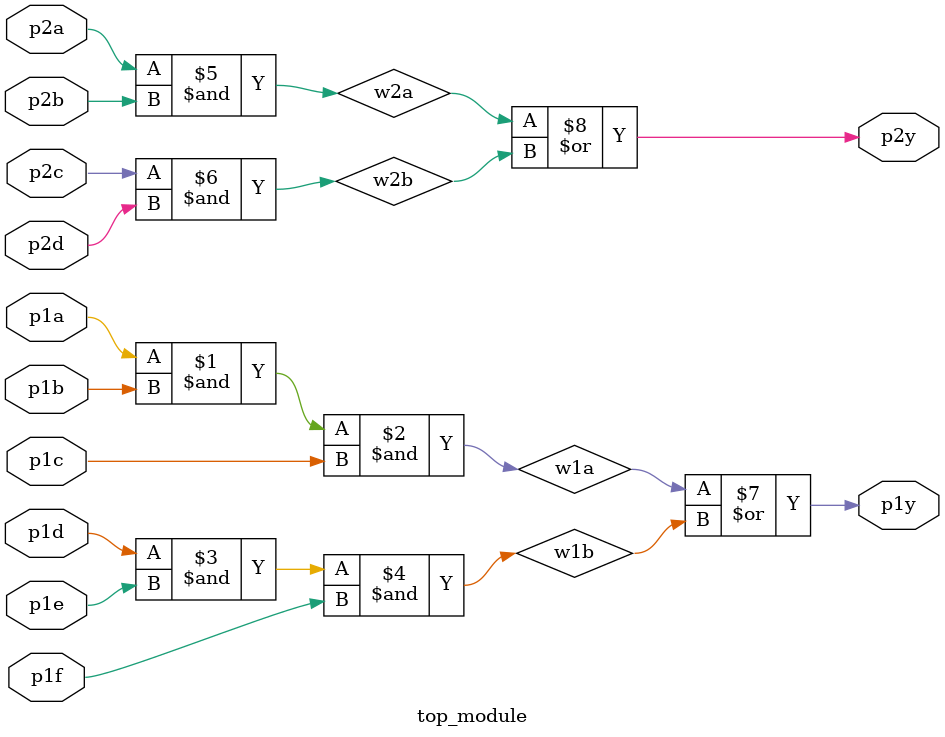
<source format=v>
module top_module ( 
    input p1a, p1b, p1c, p1d, p1e, p1f,
    output p1y,
    input p2a, p2b, p2c, p2d,
    output p2y );
    wire w1a, w1b, w2a, w2b;
    assign w1a = p1a & p1b & p1c;
    assign w1b = p1d & p1e & p1f;
    assign w2a = p2a & p2b;
    assign w2b = p2c & p2d;
    assign p1y = w1a | w1b;
    assign p2y = w2a | w2b;

endmodule
</source>
